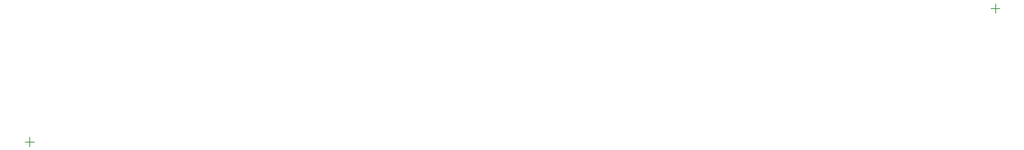
<source format=gbr>
%TF.GenerationSoftware,Altium Limited,Altium Designer,24.7.2 (38)*%
G04 Layer_Color=16711935*
%FSLAX43Y43*%
%MOMM*%
%TF.SameCoordinates,3DDE4B3C-03A5-4BC3-9972-2EF5A5DF1AA7*%
%TF.FilePolarity,Positive*%
%TF.FileFunction,Other,Top_Component_Center*%
%TF.Part,Single*%
G01*
G75*
%TA.AperFunction,NonConductor*%
%ADD106C,0.100*%
%ADD109C,0.050*%
D106*
X29870Y192926D02*
X30870D01*
X30370Y192426D02*
Y193426D01*
D109*
X138300Y208000D02*
X139300D01*
X138800Y207500D02*
Y208500D01*
%TF.MD5,769a6affea67de571273cf77c6ca4e7a*%
M02*

</source>
